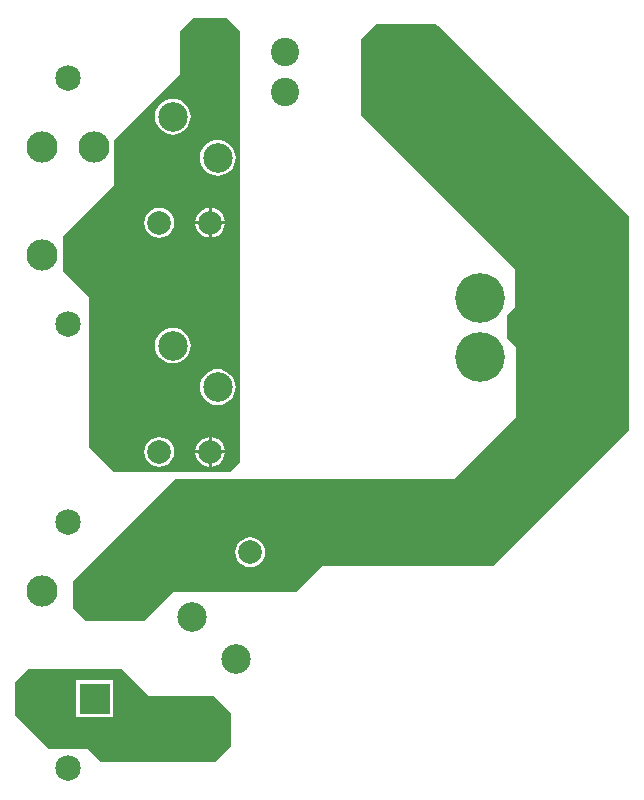
<source format=gtl>
%FSLAX23Y23*%
%MOIN*%
%SFA1B1*%

%IPPOS*%
%ADD11C,0.010000*%
%ADD21C,0.103940*%
%ADD22R,0.103940X0.103940*%
%ADD23C,0.085040*%
%ADD24C,0.098430*%
%ADD25C,0.078740*%
%ADD26C,0.165350*%
%ADD27C,0.094490*%
%LNshift_relays-1*%
%LPD*%
G36*
X1899Y1042D02*
X2116D01*
X2174Y984*
Y876*
X2121Y823*
X1740*
X1695Y868*
X1568*
X1455Y981*
Y1090*
X1499Y1133*
X1808*
X1899Y1042*
G37*
G36*
X2204Y3258D02*
Y1825D01*
X2169Y1790*
X1783*
X1700Y1873*
Y2373*
X1614Y2459*
Y2577*
X1783Y2747*
Y2896*
X2003Y3117*
Y3258*
X2047Y3302*
X2161*
X2204Y3258*
G37*
G36*
X3500Y2642D02*
Y1929D01*
X3048Y1476*
X2477*
X2391Y1390*
X1982*
X1884Y1293*
X1692*
X1648Y1337*
Y1423*
X1646Y1425*
X1697Y1476*
X1989Y1767*
X2917*
X3125Y1975*
Y2206*
X3093Y2238*
Y2312*
X3122Y2340*
Y2466*
X2607Y2981*
Y3232*
X2660Y3285*
X2858*
X3500Y2642*
G37*
%LNshift_relays-2*%
%LPC*%
G36*
X1782Y1096D02*
X1658D01*
Y972*
X1782*
Y1096*
G37*
G36*
X1980Y3034D02*
X1968Y3033D01*
X1957Y3030*
X1947Y3024*
X1938Y3017*
X1930Y3008*
X1925Y2998*
X1921Y2987*
X1920Y2975*
X1921Y2963*
X1925Y2952*
X1930Y2942*
X1938Y2933*
X1947Y2926*
X1957Y2920*
X1968Y2917*
X1980Y2915*
X1991Y2917*
X2003Y2920*
X2013Y2926*
X2022Y2933*
X2029Y2942*
X2035Y2952*
X2038Y2963*
X2039Y2975*
X2038Y2987*
X2035Y2998*
X2029Y3008*
X2022Y3017*
X2013Y3024*
X2003Y3030*
X1991Y3033*
X1980Y3034*
G37*
G36*
X2129Y2897D02*
X2118Y2896D01*
X2107Y2892*
X2096Y2887*
X2087Y2879*
X2080Y2870*
X2074Y2860*
X2071Y2849*
X2070Y2837*
X2071Y2826*
X2074Y2814*
X2080Y2804*
X2087Y2795*
X2096Y2788*
X2107Y2782*
X2118Y2779*
X2129Y2778*
X2141Y2779*
X2152Y2782*
X2162Y2788*
X2171Y2795*
X2179Y2804*
X2184Y2814*
X2188Y2826*
X2189Y2837*
X2188Y2849*
X2184Y2860*
X2179Y2870*
X2171Y2879*
X2162Y2887*
X2152Y2892*
X2141Y2896*
X2129Y2897*
G37*
G36*
X2109Y2670D02*
Y2626D01*
X2153*
X2152Y2634*
X2147Y2646*
X2139Y2656*
X2129Y2664*
X2117Y2669*
X2109Y2670*
G37*
G36*
X2099D02*
X2091Y2669D01*
X2079Y2664*
X2069Y2656*
X2061Y2646*
X2056Y2634*
X2055Y2626*
X2099*
Y2670*
G37*
G36*
X2153Y2616D02*
X2109D01*
Y2572*
X2117Y2573*
X2129Y2578*
X2139Y2585*
X2147Y2596*
X2152Y2608*
X2153Y2616*
G37*
G36*
X2099D02*
X2055D01*
X2056Y2608*
X2061Y2596*
X2069Y2585*
X2079Y2578*
X2091Y2573*
X2099Y2572*
Y2616*
G37*
G36*
X1935Y2670D02*
X1922Y2669D01*
X1910Y2664*
X1899Y2656*
X1891Y2646*
X1886Y2634*
X1885Y2621*
X1886Y2608*
X1891Y2596*
X1899Y2585*
X1910Y2578*
X1922Y2573*
X1935Y2571*
X1947Y2573*
X1959Y2578*
X1970Y2585*
X1978Y2596*
X1983Y2608*
X1984Y2621*
X1983Y2634*
X1978Y2646*
X1970Y2656*
X1959Y2664*
X1947Y2669*
X1935Y2670*
G37*
G36*
X1980Y2271D02*
X1968Y2270D01*
X1957Y2266*
X1947Y2261*
X1938Y2253*
X1930Y2244*
X1925Y2234*
X1921Y2223*
X1920Y2211*
X1921Y2200*
X1925Y2188*
X1930Y2178*
X1938Y2169*
X1947Y2162*
X1957Y2156*
X1968Y2153*
X1980Y2152*
X1991Y2153*
X2003Y2156*
X2013Y2162*
X2022Y2169*
X2029Y2178*
X2035Y2188*
X2038Y2200*
X2039Y2211*
X2038Y2223*
X2035Y2234*
X2029Y2244*
X2022Y2253*
X2013Y2261*
X2003Y2266*
X1991Y2270*
X1980Y2271*
G37*
G36*
X2129Y2133D02*
X2118Y2132D01*
X2107Y2128*
X2096Y2123*
X2087Y2115*
X2080Y2106*
X2074Y2096*
X2071Y2085*
X2070Y2073*
X2071Y2062*
X2074Y2051*
X2080Y2040*
X2087Y2031*
X2096Y2024*
X2107Y2018*
X2118Y2015*
X2129Y2014*
X2141Y2015*
X2152Y2018*
X2162Y2024*
X2171Y2031*
X2179Y2040*
X2184Y2051*
X2188Y2062*
X2189Y2073*
X2188Y2085*
X2184Y2096*
X2179Y2106*
X2171Y2115*
X2162Y2123*
X2152Y2128*
X2141Y2132*
X2129Y2133*
G37*
G36*
X2109Y1906D02*
Y1862D01*
X2153*
X2152Y1870*
X2147Y1882*
X2139Y1892*
X2129Y1900*
X2117Y1905*
X2109Y1906*
G37*
G36*
X2099D02*
X2091Y1905D01*
X2079Y1900*
X2069Y1892*
X2061Y1882*
X2056Y1870*
X2055Y1862*
X2099*
Y1906*
G37*
G36*
X2153Y1852D02*
X2109D01*
Y1808*
X2117Y1809*
X2129Y1814*
X2139Y1822*
X2147Y1832*
X2152Y1844*
X2153Y1852*
G37*
G36*
X2099D02*
X2055D01*
X2056Y1844*
X2061Y1832*
X2069Y1822*
X2079Y1814*
X2091Y1809*
X2099Y1808*
Y1852*
G37*
G36*
X1935Y1907D02*
X1922Y1905D01*
X1910Y1900*
X1899Y1892*
X1891Y1882*
X1886Y1870*
X1885Y1857*
X1886Y1844*
X1891Y1832*
X1899Y1822*
X1910Y1814*
X1922Y1809*
X1935Y1807*
X1947Y1809*
X1959Y1814*
X1970Y1822*
X1978Y1832*
X1983Y1844*
X1984Y1857*
X1983Y1870*
X1978Y1882*
X1970Y1892*
X1959Y1900*
X1947Y1905*
X1935Y1907*
G37*
G36*
X2238Y1572D02*
X2225Y1570D01*
X2213Y1565*
X2202Y1557*
X2195Y1547*
X2190Y1535*
X2188Y1522*
X2190Y1509*
X2195Y1497*
X2202Y1487*
X2213Y1479*
X2225Y1474*
X2238Y1472*
X2251Y1474*
X2263Y1479*
X2273Y1487*
X2281Y1497*
X2286Y1509*
X2287Y1522*
X2286Y1535*
X2281Y1547*
X2273Y1557*
X2263Y1565*
X2251Y1570*
X2238Y1572*
G37*
G36*
X1718Y1410D02*
X1712Y1409D01*
X1707Y1406*
X1704Y1401*
X1703Y1395*
X1704Y1389*
X1707Y1384*
X1709Y1382*
X1714Y1379*
X1720Y1378*
X1726Y1379*
X1731Y1382*
X1734Y1387*
X1735Y1393*
X1734Y1399*
X1731Y1404*
X1729Y1406*
X1724Y1409*
X1718Y1410*
G37*
%LNshift_relays-3*%
%LPD*%
G54D11*
X1718Y1395D02*
X1720Y1393D01*
X1718Y2864D02*
Y2873D01*
G54D21*
X1720Y1393D03*
X1545D03*
Y1034D03*
X1543Y2514D03*
Y2873D03*
X1718D03*
G54D22*
X1720Y1034D03*
X1718Y2514D03*
G54D23*
X1632Y1624D03*
Y803D03*
X1630Y2283D03*
Y3103D03*
G54D24*
X2068Y932D03*
X2043Y1306D03*
X2192Y1168D03*
X1980Y2211D03*
X2129Y2073D03*
X2104Y2447D03*
X1980Y2975D03*
X2129Y2837D03*
X2104Y3211D03*
G54D25*
X2238Y1522D03*
X2068D03*
X2104Y1857D03*
X1935D03*
X2104Y2621D03*
X1935D03*
G54D26*
X3005Y2371D03*
X3176Y2272D03*
X3005Y2174D03*
G54D27*
X2355Y3190D03*
X2746D03*
X2355Y3056D03*
X2746D03*
M02*
</source>
